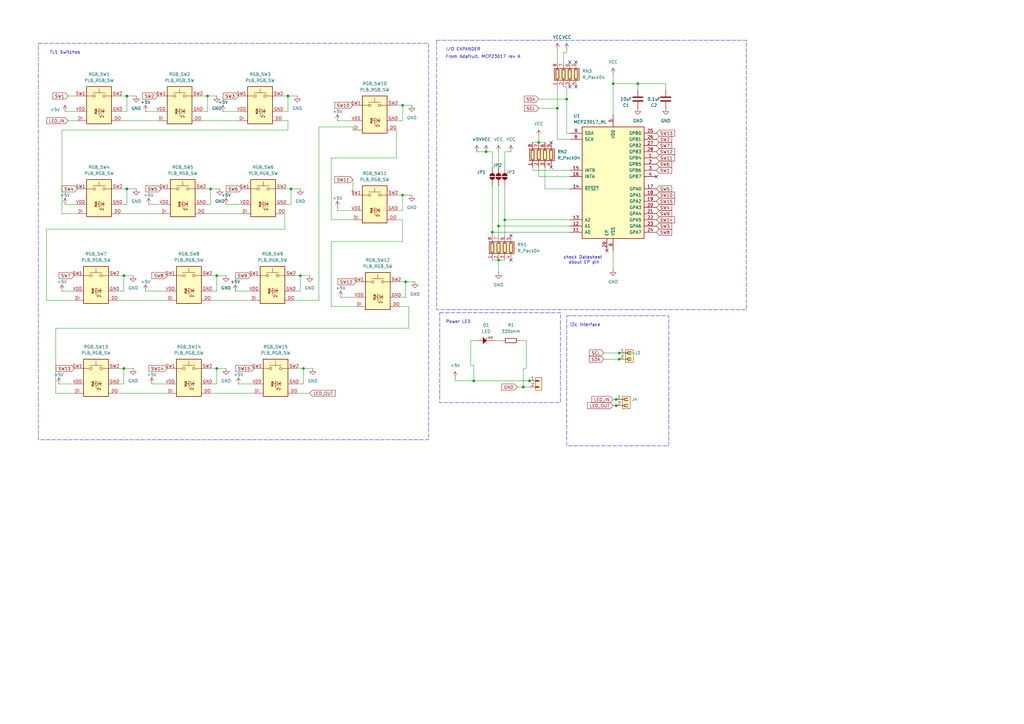
<source format=kicad_sch>
(kicad_sch (version 20231120) (generator "eeschema") (generator_version "8.0")
  (paper "A3")
  (lib_symbols
    (symbol "Device:C" (pin_numbers hide) (pin_names (offset 0.254))
      (property "Reference" "C" (at 0.635 2.54 0))
      (property "Value" "C" (at 0.635 -2.54 0))
      (symbol "C_0_1"
        (polyline (pts (xy -2.032 -0.762) (xy 2.032 -0.762)) (stroke (width 0.508)))
        (polyline (pts (xy -2.032 0.762) (xy 2.032 0.762)) (stroke (width 0.508)))
      )
      (symbol "C_1_1"
        (pin passive line (at 0 3.81 270) (length 2.794) (name "~") (number "1"))
        (pin passive line (at 0 -3.81 90) (length 2.794) (name "~") (number "2"))
      )
    )
    (symbol "Device:R_Pack04" (pin_names (offset 0) hide)
      (property "Reference" "RN" (at -7.62 0 90))
      (property "Value" "R_Pack04" (at 5.08 0 90))
      (symbol "R_Pack04_0_1"
        (rectangle (start -6.35 -2.413) (end 3.81 2.413) (stroke (width 0.254)) (fill (type background)))
        (rectangle (start -5.715 1.905) (end -4.445 -1.905) (stroke (width 0.254)))
        (rectangle (start -3.175 1.905) (end -1.905 -1.905) (stroke (width 0.254)))
        (rectangle (start -0.635 1.905) (end 0.635 -1.905) (stroke (width 0.254)))
        (polyline (pts (xy -5.08 -2.54) (xy -5.08 -1.905)))
        (polyline (pts (xy -5.08 1.905) (xy -5.08 2.54)))
        (polyline (pts (xy -2.54 -2.54) (xy -2.54 -1.905)))
        (polyline (pts (xy -2.54 1.905) (xy -2.54 2.54)))
        (polyline (pts (xy 0 -2.54) (xy 0 -1.905)))
        (polyline (pts (xy 0 1.905) (xy 0 2.54)))
        (polyline (pts (xy 2.54 -2.54) (xy 2.54 -1.905)))
        (polyline (pts (xy 2.54 1.905) (xy 2.54 2.54)))
        (rectangle (start 1.905 1.905) (end 3.175 -1.905) (stroke (width 0.254)))
      )
      (symbol "R_Pack04_1_1"
        (pin passive line (at -5.08 -5.08 90) (length 2.54) (name "R1.1") (number "1"))
        (pin passive line (at -2.54 -5.08 90) (length 2.54) (name "R2.1") (number "2"))
        (pin passive line (at 0 -5.08 90) (length 2.54) (name "R3.1") (number "3"))
        (pin passive line (at 2.54 -5.08 90) (length 2.54) (name "R4.1") (number "4"))
        (pin passive line (at 2.54 5.08 270) (length 2.54) (name "R4.2") (number "5"))
        (pin passive line (at 0 5.08 270) (length 2.54) (name "R3.2") (number "6"))
        (pin passive line (at -2.54 5.08 270) (length 2.54) (name "R2.2") (number "7"))
        (pin passive line (at -5.08 5.08 270) (length 2.54) (name "R1.2") (number "8"))
      )
    )
    (symbol "Interactiles_Symbol_Library:PLB_RGB_SW" (pin_names (offset 1.016) hide)
      (property "Reference" "RGB_SW" (at -3.556 8.636 0))
      (property "Value" "PLB_RGB_SW" (at 0.254 -11.43 0))
      (symbol "PLB_RGB_SW_0_0"
        (text "RGB" (at -1.27 -3.81 900) (effects (font (size 0.762 0.762))))
      )
      (symbol "PLB_RGB_SW_0_1"
        (rectangle (start -5.08 6.35) (end 5.08 -8.89) (stroke (width 0.254)) (fill (type background)))
        (circle (center -2.032 2.54) (radius 0.508))
        (polyline (pts (xy 0 3.81) (xy 0 5.588)))
        (polyline (pts (xy 0.889 -6.096) (xy 0.889 -5.588)))
        (polyline (pts (xy 1.905 -6.096) (xy 1.905 -5.588)))
        (polyline (pts (xy 1.905 -2.667) (xy 1.905 -4.699)))
        (polyline (pts (xy 2.54 3.81) (xy -2.54 3.81)))
        (polyline (pts (xy -0.635 -3.683) (xy 1.905 -3.683) (xy 2.413 -3.683)))
        (polyline (pts (xy -0.127 -5.08) (xy 0.889 -6.096) (xy 0.381 -6.096)))
        (polyline (pts (xy 0.889 -5.08) (xy 1.905 -6.096) (xy 1.397 -6.096)))
        (polyline (pts (xy -0.127 -2.667) (xy -0.127 -4.699) (xy 1.905 -3.683) (xy -0.127 -2.667)))
        (circle (center 2.032 2.54) (radius 0.508))
      )
      (symbol "PLB_RGB_SW_1_1"
        (polyline (pts (xy -6.35 -7.62) (xy -5.08 -7.62)))
        (polyline (pts (xy -6.35 -3.81) (xy -5.08 -3.81)))
        (polyline (pts (xy -6.35 2.54) (xy -2.54 2.54)))
        (polyline (pts (xy 6.35 -7.62) (xy 5.08 -7.62)))
        (polyline (pts (xy 6.35 -3.81) (xy 5.08 -3.81)))
        (polyline (pts (xy 6.35 2.54) (xy 2.54 2.54)))
        (pin input line (at -8.89 -7.62 0) (length 2.54) (name "DIN") (number "DI"))
        (pin output line (at 8.89 -7.62 180) (length 2.54) (name "DO") (number "DO"))
        (pin power_in line (at 8.89 -3.81 180) (length 2.54) (name "GND") (number "GND"))
        (pin passive line (at -8.89 2.54 0) (length 2.54) (name "SW1") (number "SW1"))
        (pin passive line (at 8.89 2.54 180) (length 2.54) (name "SW2") (number "SW2"))
        (pin power_in line (at -8.89 -3.81 0) (length 2.54) (name "VDD") (number "VDD"))
      )
    )
    (symbol "Interface_Expansion:MCP23017_ML" (pin_names (offset 1.016))
      (property "Reference" "U" (at -11.43 24.13 0))
      (property "Value" "MCP23017_ML" (at 0 0 0))
      (symbol "MCP23017_ML_0_1"
        (rectangle (start -12.7 22.86) (end 12.7 -22.86) (stroke (width 0.254)) (fill (type background)))
      )
      (symbol "MCP23017_ML_1_1"
        (pin bidirectional line (at 17.78 10.16 180) (length 5.08) (name "GPB4") (number "1"))
        (pin no_connect line (at -12.7 12.7 0) (length 5.08) hide (name "NC") (number "10"))
        (pin input line (at -17.78 -20.32 0) (length 5.08) (name "A0") (number "11"))
        (pin input line (at -17.78 -17.78 0) (length 5.08) (name "A1") (number "12"))
        (pin input line (at -17.78 -15.24 0) (length 5.08) (name "A2") (number "13"))
        (pin input line (at -17.78 -2.54 0) (length 5.08) (name "~{RESET}") (number "14"))
        (pin tri_state line (at -17.78 5.08 0) (length 5.08) (name "INTB") (number "15"))
        (pin tri_state line (at -17.78 2.54 0) (length 5.08) (name "INTA") (number "16"))
        (pin bidirectional line (at 17.78 -2.54 180) (length 5.08) (name "GPA0") (number "17"))
        (pin bidirectional line (at 17.78 -5.08 180) (length 5.08) (name "GPA1") (number "18"))
        (pin bidirectional line (at 17.78 -7.62 180) (length 5.08) (name "GPA2") (number "19"))
        (pin bidirectional line (at 17.78 7.62 180) (length 5.08) (name "GPB5") (number "2"))
        (pin bidirectional line (at 17.78 -10.16 180) (length 5.08) (name "GPA3") (number "20"))
        (pin bidirectional line (at 17.78 -12.7 180) (length 5.08) (name "GPA4") (number "21"))
        (pin bidirectional line (at 17.78 -15.24 180) (length 5.08) (name "GPA5") (number "22"))
        (pin bidirectional line (at 17.78 -17.78 180) (length 5.08) (name "GPA6") (number "23"))
        (pin bidirectional line (at 17.78 -20.32 180) (length 5.08) (name "GPA7") (number "24"))
        (pin bidirectional line (at 17.78 20.32 180) (length 5.08) (name "GPB0") (number "25"))
        (pin bidirectional line (at 17.78 17.78 180) (length 5.08) (name "GPB1") (number "26"))
        (pin bidirectional line (at 17.78 15.24 180) (length 5.08) (name "GPB2") (number "27"))
        (pin bidirectional line (at 17.78 12.7 180) (length 5.08) (name "GPB3") (number "28"))
        (pin passive line (at -2.54 -27.94 90) (length 5.08) (name "EP") (number "29"))
        (pin bidirectional line (at 17.78 5.08 180) (length 5.08) (name "GPB6") (number "3"))
        (pin bidirectional line (at 17.78 2.54 180) (length 5.08) (name "GPB7") (number "4"))
        (pin power_in line (at 0 27.94 270) (length 5.08) (name "VDD") (number "5"))
        (pin power_in line (at 0 -27.94 90) (length 5.08) (name "VSS") (number "6"))
        (pin no_connect line (at -12.7 15.24 0) (length 5.08) hide (name "NC") (number "7"))
        (pin input line (at -17.78 17.78 0) (length 5.08) (name "SCK") (number "8"))
        (pin bidirectional line (at -17.78 20.32 0) (length 5.08) (name "SDA") (number "9"))
      )
    )
    (symbol "Jumper:SolderJumper_2_Open" (pin_numbers hide) (pin_names (offset 0) hide) (exclude_from_sim yes) (in_bom no)
      (property "Reference" "JP" (at 0 2.032 0))
      (property "Value" "SolderJumper_2_Open" (at 0 -2.54 0))
      (symbol "SolderJumper_2_Open_0_1"
        (arc (start -0.254 1.016) (mid -1.2656 0) (end -0.254 -1.016))
        (arc (start -0.254 1.016) (mid -1.2656 0) (end -0.254 -1.016) (fill (type outline)))
        (polyline (pts (xy -0.254 1.016) (xy -0.254 -1.016)))
        (polyline (pts (xy 0.254 1.016) (xy 0.254 -1.016)))
        (arc (start 0.254 -1.016) (mid 1.2656 0) (end 0.254 1.016))
        (arc (start 0.254 -1.016) (mid 1.2656 0) (end 0.254 1.016) (fill (type outline)))
      )
      (symbol "SolderJumper_2_Open_1_1"
        (pin passive line (at -3.81 0 0) (length 2.54) (name "A") (number "1"))
        (pin passive line (at 3.81 0 180) (length 2.54) (name "B") (number "2"))
      )
    )
    (symbol "PCM_SL_Devices:LED"
      (property "Reference" "D" (at -0.508 5.334 0))
      (property "Value" "LED" (at -0.508 2.794 0))
      (symbol "LED_0_1"
        (polyline (pts (xy -1.27 0) (xy -2.54 0)))
        (polyline (pts (xy 0 1.27) (xy 0 -1.27)))
        (polyline (pts (xy 0.508 0.508) (xy 1.524 1.524)))
        (polyline (pts (xy 1.27 0) (xy 2.54 0)))
        (polyline (pts (xy 1.524 0.508) (xy 2.54 1.524)))
        (polyline (pts (xy 1.524 1.524) (xy 0.889 1.524)))
        (polyline (pts (xy 1.524 1.524) (xy 1.524 0.889)))
        (polyline (pts (xy 2.54 1.524) (xy 1.905 1.524)))
        (polyline (pts (xy 2.54 1.524) (xy 2.54 0.889)))
        (polyline (pts (xy 0 0) (xy -1.27 -1.27) (xy -1.27 1.27) (xy 0 0) (xy 1.27 0)) (fill (type outline)))
      )
      (symbol "LED_1_1"
        (pin passive line (at 3.81 0 180) (length 1.5) (name "~") (number "1"))
        (pin passive line (at -3.81 0 0) (length 1.5) (name "") (number "2"))
      )
    )
    (symbol "PCM_SL_Pin_Headers:PINHD_1x2_Female"
      (property "Reference" "J" (at 0 7.62 0))
      (property "Value" "PINHD_1x2_Female" (at 0 5.08 0))
      (symbol "PINHD_1x2_Female_0_1"
        (rectangle (start -1.27 2.54) (end 1.905 -2.54) (fill (type background)))
        (arc (start -0.508 -1.27) (mid -0.3592 -1.6292) (end 0 -1.778) (stroke (width 0.25)))
        (arc (start -0.508 1.27) (mid -0.3592 0.9108) (end 0 0.762) (stroke (width 0.25)))
        (arc (start 0 -0.762) (mid -0.3592 -0.9108) (end -0.508 -1.27) (stroke (width 0.25)))
        (polyline (pts (xy -1.27 -1.27) (xy -0.508 -1.27)) (stroke (width 0.25)))
        (polyline (pts (xy -1.27 1.27) (xy -0.508 1.27)) (stroke (width 0.25)))
        (polyline (pts (xy 0 -1.778) (xy 1.016 -1.778)) (stroke (width 0.25)))
        (polyline (pts (xy 0 -0.762) (xy 1.016 -0.762)) (stroke (width 0.25)))
        (polyline (pts (xy 0 0.762) (xy 1.016 0.762)) (stroke (width 0.25)))
        (polyline (pts (xy 0 1.778) (xy 1.016 1.778)) (stroke (width 0.25)))
        (arc (start 0 1.778) (mid -0.3592 1.6292) (end -0.508 1.27) (stroke (width 0.25)))
      )
      (symbol "PINHD_1x2_Female_1_1"
        (pin passive line (at -3.81 1.27 0) (length 2.54) (name "") (number "1"))
        (pin passive line (at -3.81 -1.27 0) (length 2.54) (name "") (number "2"))
      )
    )
    (symbol "PCM_SL_Pin_Headers:PINHD_1x2_Male"
      (property "Reference" "J" (at 0 6.35 0))
      (property "Value" "PINHD_1x2_Male" (at 0 3.81 0))
      (symbol "PINHD_1x2_Male_0_1"
        (rectangle (start -1.27 2.54) (end 1.27 -2.54) (fill (type background)))
        (polyline (pts (xy -1.27 -1.27) (xy 0 -1.27)) (stroke (width 0.3)))
        (polyline (pts (xy -1.27 -1.27) (xy 0 -1.27)) (stroke (width 0.5)))
        (polyline (pts (xy -1.27 1.27) (xy 0 1.27)) (stroke (width 0.3)))
        (polyline (pts (xy -1.27 1.27) (xy 0 1.27)) (stroke (width 0.5)))
      )
      (symbol "PINHD_1x2_Male_1_1"
        (pin passive line (at -3.81 1.27 0) (length 2.54) (name "") (number "1"))
        (pin passive line (at -3.81 -1.27 0) (length 2.54) (name "") (number "2"))
      )
    )
    (symbol "PCM_SL_Resistors:330ohm"
      (property "Reference" "R" (at 0 5.08 0))
      (property "Value" "330ohm" (at 0 2.54 0))
      (symbol "330ohm_0_1"
        (rectangle (start -2.286 0.889) (end 2.286 -0.889) (stroke (width 0.24)))
      )
      (symbol "330ohm_1_1"
        (pin passive line (at -3.81 0 0) (length 1.5) (name "") (number "1"))
        (pin passive line (at 3.81 0 180) (length 1.5) (name "~") (number "2"))
      )
    )
    (symbol "power:+5V" (power) (pin_numbers hide) (pin_names (offset 0) hide)
      (property "Value" "+5V" (at 0 3.556 0))
      (symbol "+5V_0_1"
        (polyline (pts (xy -0.762 1.27) (xy 0 2.54)))
        (polyline (pts (xy 0 0) (xy 0 2.54)))
        (polyline (pts (xy 0 2.54) (xy 0.762 1.27)))
      )
      (symbol "+5V_1_1"
        (pin power_in line (at 0 0 90) (length 0) (name "~") (number "1"))
      )
    )
    (symbol "power:GND" (power) (pin_numbers hide) (pin_names (offset 0) hide)
      (property "Value" "GND" (at 0 -3.81 0))
      (symbol "GND_0_1"
        (polyline (pts (xy 0 0) (xy 0 -1.27) (xy 1.27 -1.27) (xy 0 -2.54) (xy -1.27 -1.27) (xy 0 -1.27)))
      )
      (symbol "GND_1_1"
        (pin power_in line (at 0 0 270) (length 0) (name "~") (number "1"))
      )
    )
    (symbol "power:VCC" (power) (pin_numbers hide) (pin_names (offset 0) hide)
      (property "Value" "VCC" (at 0 3.556 0))
      (symbol "VCC_0_1"
        (polyline (pts (xy -0.762 1.27) (xy 0 2.54)))
        (polyline (pts (xy 0 0) (xy 0 2.54)))
        (polyline (pts (xy 0 2.54) (xy 0.762 1.27)))
      )
      (symbol "VCC_1_1"
        (pin power_in line (at 0 0 90) (length 0) (name "~") (number "1"))
      )
    )
  )
  (junction (at 228.6 44.45))
  (junction (at 123.19 113.03))
  (junction (at 194.31 156.21))
  (junction (at 199.39 62.23))
  (junction (at 88.9 113.03))
  (junction (at 254 144.78))
  (junction (at 261.62 34.29))
  (junction (at 232.41 40.64))
  (junction (at 201.93 95.25))
  (junction (at 124.46 151.13))
  (junction (at 119.38 77.47))
  (junction (at 220.98 58.42))
  (junction (at 166.37 115.57))
  (junction (at 52.07 77.47))
  (junction (at 52.07 39.37))
  (junction (at 165.1 43.18))
  (junction (at 204.47 92.71))
  (junction (at 165.1 80.01))
  (junction (at 252.73 166.37))
  (junction (at 217.17 156.21))
  (junction (at 254 147.32))
  (junction (at 204.47 106.68))
  (junction (at 50.8 151.13))
  (junction (at 86.36 77.47))
  (junction (at 214.63 158.75))
  (junction (at 251.46 34.29))
  (junction (at 85.09 39.37))
  (junction (at 118.11 39.37))
  (junction (at 50.8 113.03))
  (junction (at 252.73 163.83))
  (junction (at 88.9 151.13))
  (junction (at 207.01 90.17))
  (no_connect (at 233.68 25.4))
  (no_connect (at 209.55 96.52))
  (no_connect (at 248.92 102.87))
  (no_connect (at 209.55 106.68))
  (no_connect (at 269.24 72.39))
  (no_connect (at 236.22 35.56))
  (no_connect (at 226.06 58.42))
  (no_connect (at 226.06 68.58))
  (no_connect (at 233.68 35.56))
  (no_connect (at 236.22 25.4))
  (wire (pts (xy 215.9 151.13) (xy 214.63 151.13)))
  (wire (pts (xy 88.9 113.03) (xy 92.71 113.03)))
  (wire (pts (xy 204.47 76.2) (xy 204.47 92.71)))
  (wire (pts (xy 52.07 83.82) (xy 49.53 83.82)))
  (wire (pts (xy 165.1 49.53) (xy 162.56 49.53)))
  (wire (pts (xy 25.4 53.34) (xy 25.4 87.63)))
  (wire (pts (xy 120.65 123.19) (xy 130.81 123.19)))
  (wire (pts (xy 19.05 123.19) (xy 30.48 123.19)))
  (wire (pts (xy 204.47 106.68) (xy 204.47 111.76)))
  (wire (pts (xy 162.56 53.34) (xy 162.56 64.77)))
  (wire (pts (xy 215.9 139.7) (xy 215.9 151.13)))
  (wire (pts (xy 124.46 151.13) (xy 128.27 151.13)))
  (wire (pts (xy 138.43 86.36) (xy 144.78 86.36)))
  (wire (pts (xy 144.78 73.66) (xy 144.78 80.01)))
  (wire (pts (xy 85.09 39.37) (xy 85.09 45.72)))
  (wire (pts (xy 201.93 106.68) (xy 204.47 106.68)))
  (wire (pts (xy 251.46 110.49) (xy 251.46 102.87)))
  (wire (pts (xy 130.81 52.07) (xy 144.78 52.07)))
  (wire (pts (xy 233.68 72.39) (xy 220.98 72.39)))
  (wire (pts (xy 86.36 161.29) (xy 104.14 161.29)))
  (wire (pts (xy 49.53 49.53) (xy 64.77 49.53)))
  (wire (pts (xy 119.38 83.82) (xy 116.84 83.82)))
  (wire (pts (xy 195.58 62.23) (xy 199.39 62.23)))
  (wire (pts (xy 214.63 158.75) (xy 217.17 158.75)))
  (wire (pts (xy 116.84 93.98) (xy 19.05 93.98)))
  (wire (pts (xy 254 166.37) (xy 252.73 166.37)))
  (wire (pts (xy 118.11 49.53) (xy 118.11 53.34)))
  (wire (pts (xy 252.73 166.37) (xy 251.46 166.37)))
  (wire (pts (xy 115.57 49.53) (xy 118.11 49.53)))
  (wire (pts (xy 214.63 151.13) (xy 214.63 158.75)))
  (wire (pts (xy 166.37 115.57) (xy 163.83 115.57)))
  (wire (pts (xy 207.01 62.23) (xy 207.01 68.58)))
  (wire (pts (xy 52.07 77.47) (xy 52.07 83.82)))
  (wire (pts (xy 218.44 69.85) (xy 218.44 68.58)))
  (wire (pts (xy 261.62 34.29) (xy 273.05 34.29)))
  (wire (pts (xy 97.79 157.48) (xy 104.14 157.48)))
  (wire (pts (xy 162.56 86.36) (xy 165.1 86.36)))
  (wire (pts (xy 118.11 39.37) (xy 121.92 39.37)))
  (wire (pts (xy 220.98 68.58) (xy 220.98 72.39)))
  (wire (pts (xy 123.19 119.38) (xy 120.65 119.38)))
  (wire (pts (xy 204.47 92.71) (xy 204.47 96.52)))
  (wire (pts (xy 49.53 45.72) (xy 52.07 45.72)))
  (wire (pts (xy 228.6 57.15) (xy 228.6 44.45)))
  (wire (pts (xy 52.07 39.37) (xy 49.53 39.37)))
  (wire (pts (xy 52.07 77.47) (xy 49.53 77.47)))
  (wire (pts (xy 123.19 113.03) (xy 120.65 113.03)))
  (wire (pts (xy 27.94 39.37) (xy 31.75 39.37)))
  (wire (pts (xy 127 161.29) (xy 121.92 161.29)))
  (wire (pts (xy 50.8 151.13) (xy 50.8 157.48)))
  (wire (pts (xy 215.9 139.7) (xy 213.36 139.7)))
  (wire (pts (xy 135.89 125.73) (xy 146.05 125.73)))
  (wire (pts (xy 88.9 151.13) (xy 88.9 157.48)))
  (wire (pts (xy 27.94 49.53) (xy 31.75 49.53)))
  (wire (pts (xy 123.19 113.03) (xy 123.19 119.38)))
  (wire (pts (xy 233.68 77.47) (xy 223.52 77.47)))
  (wire (pts (xy 165.1 80.01) (xy 168.91 80.01)))
  (wire (pts (xy 273.05 36.83) (xy 273.05 34.29)))
  (wire (pts (xy 135.89 99.06) (xy 135.89 125.73)))
  (wire (pts (xy 52.07 39.37) (xy 55.88 39.37)))
  (wire (pts (xy 220.98 55.88) (xy 220.98 58.42)))
  (wire (pts (xy 86.36 83.82) (xy 83.82 83.82)))
  (wire (pts (xy 88.9 151.13) (xy 86.36 151.13)))
  (wire (pts (xy 130.81 123.19) (xy 130.81 52.07)))
  (wire (pts (xy 26.67 83.82) (xy 31.75 83.82)))
  (wire (pts (xy 138.43 86.36) (xy 138.43 85.09)))
  (wire (pts (xy 138.43 49.53) (xy 144.78 49.53)))
  (wire (pts (xy 201.93 62.23) (xy 199.39 62.23)))
  (wire (pts (xy 59.69 119.38) (xy 68.58 119.38)))
  (wire (pts (xy 85.09 45.72) (xy 82.55 45.72)))
  (wire (pts (xy 251.46 34.29) (xy 251.46 46.99)))
  (wire (pts (xy 220.98 44.45) (xy 228.6 44.45)))
  (wire (pts (xy 165.1 43.18) (xy 168.91 43.18)))
  (wire (pts (xy 19.05 93.98) (xy 19.05 123.19)))
  (wire (pts (xy 165.1 90.17) (xy 165.1 99.06)))
  (wire (pts (xy 62.23 157.48) (xy 68.58 157.48)))
  (wire (pts (xy 204.47 62.23) (xy 204.47 68.58)))
  (wire (pts (xy 52.07 39.37) (xy 52.07 45.72)))
  (wire (pts (xy 119.38 77.47) (xy 116.84 77.47)))
  (wire (pts (xy 25.4 119.38) (xy 30.48 119.38)))
  (wire (pts (xy 231.14 35.56) (xy 232.41 35.56)))
  (wire (pts (xy 228.6 20.32) (xy 228.6 25.4)))
  (wire (pts (xy 92.71 83.82) (xy 99.06 83.82)))
  (wire (pts (xy 96.52 119.38) (xy 102.87 119.38)))
  (wire (pts (xy 86.36 77.47) (xy 90.17 77.47)))
  (wire (pts (xy 193.04 139.7) (xy 193.04 149.86)))
  (wire (pts (xy 48.26 161.29) (xy 68.58 161.29)))
  (wire (pts (xy 247.65 147.32) (xy 254 147.32)))
  (wire (pts (xy 204.47 92.71) (xy 233.68 92.71)))
  (wire (pts (xy 118.11 53.34) (xy 25.4 53.34)))
  (wire (pts (xy 49.53 87.63) (xy 66.04 87.63)))
  (wire (pts (xy 261.62 36.83) (xy 261.62 34.29)))
  (wire (pts (xy 50.8 151.13) (xy 54.61 151.13)))
  (wire (pts (xy 22.86 134.62) (xy 22.86 161.29)))
  (wire (pts (xy 220.98 58.42) (xy 223.52 58.42)))
  (wire (pts (xy 259.08 147.32) (xy 254 147.32)))
  (wire (pts (xy 212.09 158.75) (xy 214.63 158.75)))
  (wire (pts (xy 165.1 80.01) (xy 165.1 86.36)))
  (wire (pts (xy 166.37 115.57) (xy 166.37 121.92)))
  (wire (pts (xy 207.01 76.2) (xy 207.01 90.17)))
  (wire (pts (xy 220.98 40.64) (xy 232.41 40.64)))
  (wire (pts (xy 207.01 96.52) (xy 207.01 90.17)))
  (wire (pts (xy 186.69 156.21) (xy 194.31 156.21)))
  (wire (pts (xy 48.26 123.19) (xy 68.58 123.19)))
  (wire (pts (xy 165.1 80.01) (xy 162.56 80.01)))
  (wire (pts (xy 88.9 113.03) (xy 86.36 113.03)))
  (wire (pts (xy 50.8 113.03) (xy 50.8 119.38)))
  (wire (pts (xy 118.11 39.37) (xy 118.11 45.72)))
  (wire (pts (xy 123.19 113.03) (xy 127 113.03)))
  (wire (pts (xy 186.69 154.94) (xy 186.69 156.21)))
  (wire (pts (xy 204.47 106.68) (xy 207.01 106.68)))
  (wire (pts (xy 193.04 149.86) (xy 194.31 149.86)))
  (wire (pts (xy 91.44 45.72) (xy 97.79 45.72)))
  (wire (pts (xy 25.4 87.63) (xy 31.75 87.63)))
  (wire (pts (xy 85.09 39.37) (xy 88.9 39.37)))
  (wire (pts (xy 144.78 52.07) (xy 144.78 53.34)))
  (wire (pts (xy 88.9 151.13) (xy 92.71 151.13)))
  (wire (pts (xy 139.7 121.92) (xy 146.05 121.92)))
  (wire (pts (xy 124.46 157.48) (xy 121.92 157.48)))
  (wire (pts (xy 167.64 134.62) (xy 22.86 134.62)))
  (wire (pts (xy 255.27 163.83) (xy 252.73 163.83)))
  (wire (pts (xy 247.65 144.78) (xy 254 144.78)))
  (wire (pts (xy 194.31 156.21) (xy 217.17 156.21)))
  (wire (pts (xy 218.44 69.85) (xy 233.68 69.85)))
  (wire (pts (xy 50.8 157.48) (xy 48.26 157.48)))
  (wire (pts (xy 124.46 151.13) (xy 121.92 151.13)))
  (wire (pts (xy 52.07 77.47) (xy 55.88 77.47)))
  (wire (pts (xy 166.37 115.57) (xy 170.18 115.57)))
  (wire (pts (xy 205.74 139.7) (xy 203.2 139.7)))
  (wire (pts (xy 163.83 125.73) (xy 167.64 125.73)))
  (wire (pts (xy 119.38 77.47) (xy 123.19 77.47)))
  (wire (pts (xy 22.86 161.29) (xy 30.48 161.29)))
  (wire (pts (xy 207.01 90.17) (xy 233.68 90.17)))
  (wire (pts (xy 163.83 121.92) (xy 166.37 121.92)))
  (wire (pts (xy 218.44 58.42) (xy 220.98 58.42)))
  (wire (pts (xy 167.64 125.73) (xy 167.64 134.62)))
  (wire (pts (xy 88.9 113.03) (xy 88.9 119.38)))
  (wire (pts (xy 201.93 76.2) (xy 201.93 95.25)))
  (wire (pts (xy 165.1 43.18) (xy 162.56 43.18)))
  (wire (pts (xy 26.67 45.72) (xy 31.75 45.72)))
  (wire (pts (xy 50.8 113.03) (xy 48.26 113.03)))
  (wire (pts (xy 228.6 44.45) (xy 228.6 35.56)))
  (wire (pts (xy 223.52 77.47) (xy 223.52 68.58)))
  (wire (pts (xy 86.36 119.38) (xy 88.9 119.38)))
  (wire (pts (xy 124.46 151.13) (xy 124.46 157.48)))
  (wire (pts (xy 86.36 77.47) (xy 83.82 77.47)))
  (wire (pts (xy 165.1 43.18) (xy 165.1 49.53)))
  (wire (pts (xy 50.8 119.38) (xy 48.26 119.38)))
  (wire (pts (xy 135.89 64.77) (xy 135.89 90.17)))
  (wire (pts (xy 231.14 21.59) (xy 232.41 21.59)))
  (wire (pts (xy 82.55 49.53) (xy 97.79 49.53)))
  (wire (pts (xy 165.1 99.06) (xy 135.89 99.06)))
  (wire (pts (xy 83.82 87.63) (xy 99.06 87.63)))
  (wire (pts (xy 119.38 77.47) (xy 119.38 83.82)))
  (wire (pts (xy 194.31 149.86) (xy 194.31 156.21)))
  (wire (pts (xy 231.14 25.4) (xy 231.14 21.59)))
  (wire (pts (xy 116.84 87.63) (xy 116.84 93.98)))
  (wire (pts (xy 232.41 40.64) (xy 232.41 35.56)))
  (wire (pts (xy 60.96 83.82) (xy 66.04 83.82)))
  (wire (pts (xy 162.56 64.77) (xy 135.89 64.77)))
  (wire (pts (xy 233.68 54.61) (xy 232.41 54.61)))
  (wire (pts (xy 24.13 157.48) (xy 30.48 157.48)))
  (wire (pts (xy 260.35 144.78) (xy 254 144.78)))
  (wire (pts (xy 162.56 90.17) (xy 165.1 90.17)))
  (wire (pts (xy 251.46 34.29) (xy 261.62 34.29)))
  (wire (pts (xy 201.93 95.25) (xy 233.68 95.25)))
  (wire (pts (xy 252.73 163.83) (xy 251.46 163.83)))
  (wire (pts (xy 233.68 57.15) (xy 228.6 57.15)))
  (wire (pts (xy 251.46 30.48) (xy 251.46 34.29)))
  (wire (pts (xy 207.01 62.23) (xy 209.55 62.23)))
  (wire (pts (xy 201.93 62.23) (xy 201.93 68.58)))
  (wire (pts (xy 193.04 139.7) (xy 195.58 139.7)))
  (wire (pts (xy 88.9 157.48) (xy 86.36 157.48)))
  (wire (pts (xy 232.41 54.61) (xy 232.41 40.64)))
  (wire (pts (xy 118.11 45.72) (xy 115.57 45.72)))
  (wire (pts (xy 50.8 113.03) (xy 54.61 113.03)))
  (wire (pts (xy 85.09 39.37) (xy 82.55 39.37)))
  (wire (pts (xy 217.17 154.94) (xy 217.17 156.21)))
  (wire (pts (xy 118.11 39.37) (xy 115.57 39.37)))
  (wire (pts (xy 201.93 96.52) (xy 201.93 95.25)))
  (wire (pts (xy 50.8 151.13) (xy 48.26 151.13)))
  (wire (pts (xy 59.69 45.72) (xy 64.77 45.72)))
  (wire (pts (xy 86.36 77.47) (xy 86.36 83.82)))
  (wire (pts (xy 86.36 123.19) (xy 102.87 123.19)))
  (wire (pts (xy 232.41 20.32) (xy 232.41 21.59)))
  (wire (pts (xy 135.89 90.17) (xy 144.78 90.17)))
  (rectangle (start 15.748 17.78) (end 175.768 180.34) (stroke (width 0) (type dash)))
  (rectangle (start 179.07 16.51) (end 306.07 127) (stroke (width 0) (type dash)))
  (rectangle (start 180.34 128.27) (end 229.87 165.1) (stroke (width 0) (type dash)))
  (rectangle (start 232.41 129.54) (end 274.32 182.88) (stroke (width 0) (type dash)))
  (text "i2c interface" (at 240.03 133.35 0) (effects (font (size 1.27 1.27))))
  (text "check Datasheet \nabout EP pin" (at 239.522 106.68 0) (effects (font (size 1.27 1.27))))
  (text "TL1 Switches\n" (at 26.67 21.59 0) (effects (font (size 1.27 1.27))))
  (text "From Adafruit, MCP23017 rev A" (at 198.12 23.368 0) (effects (font (size 1.27 1.27))))
  (text "I/O EXPANDER" (at 189.992 20.32 0) (effects (font (size 1.27 1.27))))
  (text "Power LED" (at 187.96 132.08 0) (effects (font (size 1.27 1.27))))
  (global_label "SW2" (shape input) (at 64.77 39.37 180) (property "Intersheetrefs" "${INTERSHEET_REFS}" (effects (hide yes))))
  (global_label "SW15" (shape input) (at 269.24 82.55 0) (property "Intersheetrefs" "${INTERSHEET_REFS}" (effects (hide yes))))
  (global_label "SW5" (shape input) (at 66.04 77.47 180) (property "Intersheetrefs" "${INTERSHEET_REFS}" (effects (hide yes))))
  (global_label "SW7" (shape input) (at 269.24 59.69 0) (property "Intersheetrefs" "${INTERSHEET_REFS}" (effects (hide yes))))
  (global_label "SW14" (shape input) (at 68.58 151.13 180) (property "Intersheetrefs" "${INTERSHEET_REFS}" (effects (hide yes))))
  (global_label "SW14" (shape input) (at 269.24 90.17 0) (property "Intersheetrefs" "${INTERSHEET_REFS}" (effects (hide yes))))
  (global_label "SW10" (shape input) (at 269.24 80.01 0) (property "Intersheetrefs" "${INTERSHEET_REFS}" (effects (hide yes))))
  (global_label "SW12" (shape input) (at 146.05 115.57 180) (property "Intersheetrefs" "${INTERSHEET_REFS}" (effects (hide yes))))
  (global_label "SW4" (shape input) (at 31.75 77.47 180) (property "Intersheetrefs" "${INTERSHEET_REFS}" (effects (hide yes))))
  (global_label "SW1" (shape input) (at 27.94 39.37 180) (property "Intersheetrefs" "${INTERSHEET_REFS}" (effects (hide yes))))
  (global_label "SW9" (shape input) (at 269.24 87.63 0) (property "Intersheetrefs" "${INTERSHEET_REFS}" (effects (hide yes))))
  (global_label "LED_IN" (shape input) (at 27.94 49.53 180) (property "Intersheetrefs" "${INTERSHEET_REFS}" (effects (hide yes))))
  (global_label "SW8" (shape input) (at 269.24 95.25 0) (property "Intersheetrefs" "${INTERSHEET_REFS}" (effects (hide yes))))
  (global_label "SW5" (shape input) (at 269.24 77.47 0) (property "Intersheetrefs" "${INTERSHEET_REFS}" (effects (hide yes))))
  (global_label "SW4" (shape input) (at 269.24 85.09 0) (property "Intersheetrefs" "${INTERSHEET_REFS}" (effects (hide yes))))
  (global_label "SDA" (shape input) (at 247.65 147.32 180) (property "Intersheetrefs" "${INTERSHEET_REFS}" (effects (hide yes))))
  (global_label "SW13" (shape input) (at 269.24 54.61 0) (property "Intersheetrefs" "${INTERSHEET_REFS}" (effects (hide yes))))
  (global_label "GND" (shape input) (at 212.09 158.75 180) (property "Intersheetrefs" "${INTERSHEET_REFS}" (effects (hide yes))))
  (global_label "SW10" (shape input) (at 144.78 43.18 180) (property "Intersheetrefs" "${INTERSHEET_REFS}" (effects (hide yes))))
  (global_label "SW15" (shape input) (at 104.14 151.13 180) (property "Intersheetrefs" "${INTERSHEET_REFS}" (effects (hide yes))))
  (global_label "SW6" (shape input) (at 99.06 77.47 180) (property "Intersheetrefs" "${INTERSHEET_REFS}" (effects (hide yes))))
  (global_label "SW11" (shape input) (at 144.78 73.66 180) (property "Intersheetrefs" "${INTERSHEET_REFS}" (effects (hide yes))))
  (global_label "SW2" (shape input) (at 269.24 57.15 0) (property "Intersheetrefs" "${INTERSHEET_REFS}" (effects (hide yes))))
  (global_label "SW6" (shape input) (at 269.24 67.31 0) (property "Intersheetrefs" "${INTERSHEET_REFS}" (effects (hide yes))))
  (global_label "SW8" (shape input) (at 68.58 113.03 180) (property "Intersheetrefs" "${INTERSHEET_REFS}" (effects (hide yes))))
  (global_label "SW9" (shape input) (at 102.87 113.03 180) (property "Intersheetrefs" "${INTERSHEET_REFS}" (effects (hide yes))))
  (global_label "SCL" (shape input) (at 247.65 144.78 180) (property "Intersheetrefs" "${INTERSHEET_REFS}" (effects (hide yes))))
  (global_label "SW3" (shape input) (at 97.79 39.37 180) (property "Intersheetrefs" "${INTERSHEET_REFS}" (effects (hide yes))))
  (global_label "SDA" (shape input) (at 220.98 40.64 180) (property "Intersheetrefs" "${INTERSHEET_REFS}" (effects (hide yes))))
  (global_label "SCL" (shape input) (at 220.98 44.45 180) (property "Intersheetrefs" "${INTERSHEET_REFS}" (effects (hide yes))))
  (global_label "SW1" (shape input) (at 269.24 69.85 0) (property "Intersheetrefs" "${INTERSHEET_REFS}" (effects (hide yes))))
  (global_label "LED_OUT" (shape input) (at 251.46 166.37 180) (property "Intersheetrefs" "${INTERSHEET_REFS}" (effects (hide yes))))
  (global_label "SW13" (shape input) (at 30.48 151.13 180) (property "Intersheetrefs" "${INTERSHEET_REFS}" (effects (hide yes))))
  (global_label "SW11" (shape input) (at 269.24 64.77 0) (property "Intersheetrefs" "${INTERSHEET_REFS}" (effects (hide yes))))
  (global_label "SW3" (shape input) (at 269.24 92.71 0) (property "Intersheetrefs" "${INTERSHEET_REFS}" (effects (hide yes))))
  (global_label "SW12" (shape input) (at 269.24 62.23 0) (property "Intersheetrefs" "${INTERSHEET_REFS}" (effects (hide yes))))
  (global_label "LED_IN" (shape input) (at 251.46 163.83 180) (property "Intersheetrefs" "${INTERSHEET_REFS}" (effects (hide yes))))
  (global_label "LED_OUT" (shape input) (at 127 161.29 0) (property "Intersheetrefs" "${INTERSHEET_REFS}" (effects (hide yes))))
  (global_label "SW7" (shape input) (at 30.48 113.03 180) (property "Intersheetrefs" "${INTERSHEET_REFS}" (effects (hide yes))))
  (symbol (lib_id "Interactiles_Symbol_Library:PLB_RGB_SW") (at 40.64 41.91 0) (unit 1)
    (property "Reference" "RGB_SW1" (at 40.64 30.48 0))
    (property "Value" "PLB_RGB_SW" (at 40.64 33.02 0))
    (property "Footprint" "SilvansFootprintLibrary:TL1_RBG_Adressable_1_mini" (effects (hide yes)))
  )
  (symbol (lib_id "power:+5V") (at 96.52 119.38 0) (unit 1)
    (property "Reference" "#PWR019" (effects (hide yes)))
    (property "Value" "+5V" (at 96.52 115.57 0))
    (property "Description" "Power symbol creates a global label with name \"+5V\"" (effects (hide yes)))
  )
  (symbol (lib_id "power:VCC") (at 228.6 20.32 0) (unit 1)
    (property "Reference" "#PWR039" (effects (hide yes)))
    (property "Value" "VCC" (at 228.6 15.24 0))
    (property "Description" "Power symbol creates a global label with name \"VCC\"" (effects (hide yes)))
  )
  (symbol (lib_id "power:GND") (at 121.92 39.37 0) (unit 1)
    (property "Reference" "#PWR06" (effects (hide yes)))
    (property "Value" "GND" (at 121.92 44.45 0))
    (property "Description" "Power symbol creates a global label with name \"GND\" , ground" (effects (hide yes)))
  )
  (symbol (lib_id "Interactiles_Symbol_Library:PLB_RGB_SW") (at 153.67 45.72 0) (unit 1)
    (property "Reference" "RGB_SW10" (at 153.67 34.29 0))
    (property "Value" "PLB_RGB_SW" (at 153.67 36.83 0))
    (property "Footprint" "SilvansFootprintLibrary:TL1_RBG_Adressable_1_mini" (effects (hide yes)))
  )
  (symbol (lib_id "power:GND") (at 90.17 77.47 0) (unit 1)
    (property "Reference" "#PWR012" (effects (hide yes)))
    (property "Value" "GND" (at 90.17 82.55 0))
    (property "Description" "Power symbol creates a global label with name \"GND\" , ground" (effects (hide yes)))
  )
  (symbol (lib_id "power:+5V") (at 59.69 119.38 0) (unit 1)
    (property "Reference" "#PWR021" (effects (hide yes)))
    (property "Value" "+5V" (at 59.69 115.57 0))
    (property "Description" "Power symbol creates a global label with name \"+5V\"" (effects (hide yes)))
  )
  (symbol (lib_id "power:GND") (at 55.88 39.37 0) (unit 1)
    (property "Reference" "#PWR02" (effects (hide yes)))
    (property "Value" "GND" (at 55.88 44.45 0))
    (property "Description" "Power symbol creates a global label with name \"GND\" , ground" (effects (hide yes)))
  )
  (symbol (lib_id "power:GND") (at 204.47 111.76 0) (unit 1)
    (property "Reference" "#PWR036" (effects (hide yes)))
    (property "Value" "GND" (at 204.47 116.84 0))
    (property "Description" "Power symbol creates a global label with name \"GND\" , ground" (effects (hide yes)))
  )
  (symbol (lib_id "power:VCC") (at 232.41 20.32 0) (unit 1)
    (property "Reference" "#PWR040" (effects (hide yes)))
    (property "Value" "VCC" (at 232.41 15.24 0))
    (property "Description" "Power symbol creates a global label with name \"VCC\"" (effects (hide yes)))
  )
  (symbol (lib_id "Device:R_Pack04") (at 233.68 30.48 0) (unit 1)
    (property "Reference" "RN3" (at 238.76 29.2099 0) (effects (justify left)))
    (property "Value" "R_Pack04" (at 238.76 31.7499 0) (effects (justify left)))
    (property "Footprint" "Resistor_SMD:R_Array_Convex_4x0603" (effects (hide yes)))
    (property "Description" "4 resistor network, parallel topology" (effects (hide yes)))
  )
  (symbol (lib_id "power:+5V") (at 25.4 119.38 0) (unit 1)
    (property "Reference" "#PWR023" (effects (hide yes)))
    (property "Value" "+5V" (at 25.4 115.57 0))
    (property "Description" "Power symbol creates a global label with name \"+5V\"" (effects (hide yes)))
  )
  (symbol (lib_id "Jumper:SolderJumper_2_Open") (at 207.01 72.39 90) (unit 1) (exclude_from_sim yes) (in_bom no)
    (property "Reference" "JP3" (at 207.518 70.612 90) (effects (justify right)))
    (property "Value" "SolderJumper_2_Open" (effects (hide yes)))
    (property "Footprint" "Jumper:SolderJumper-2_P1.3mm_Open_RoundedPad1.0x1.5mm" (effects (hide yes)))
    (property "Description" "Solder Jumper, 2-pole, open" (effects (hide yes)))
  )
  (symbol (lib_id "power:GND") (at 54.61 151.13 0) (unit 1)
    (property "Reference" "#PWR026" (effects (hide yes)))
    (property "Value" "GND" (at 54.61 156.21 0))
    (property "Description" "Power symbol creates a global label with name \"GND\" , ground" (effects (hide yes)))
  )
  (symbol (lib_id "power:GND") (at 92.71 113.03 0) (unit 1)
    (property "Reference" "#PWR022" (effects (hide yes)))
    (property "Value" "GND" (at 92.71 118.11 0))
    (property "Description" "Power symbol creates a global label with name \"GND\" , ground" (effects (hide yes)))
  )
  (symbol (lib_id "power:VCC") (at 220.98 55.88 0) (unit 1)
    (property "Reference" "#PWR038" (effects (hide yes)))
    (property "Value" "VCC" (at 220.98 50.8 0))
    (property "Description" "Power symbol creates a global label with name \"VCC\"" (effects (hide yes)))
  )
  (symbol (lib_id "Interactiles_Symbol_Library:PLB_RGB_SW") (at 106.68 41.91 0) (unit 1)
    (property "Reference" "RGB_SW3" (at 106.68 30.48 0))
    (property "Value" "PLB_RGB_SW" (at 106.68 33.02 0))
    (property "Footprint" "SilvansFootprintLibrary:TL1_RBG_Adressable_1_mini" (effects (hide yes)))
  )
  (symbol (lib_id "power:+5V") (at 97.79 157.48 0) (unit 1)
    (property "Reference" "#PWR029" (effects (hide yes)))
    (property "Value" "+5V" (at 97.79 153.67 0))
    (property "Description" "Power symbol creates a global label with name \"+5V\"" (effects (hide yes)))
  )
  (symbol (lib_id "power:+5V") (at 186.69 154.94 0) (unit 1)
    (property "Reference" "#PWR031" (effects (hide yes)))
    (property "Value" "+5V" (at 186.69 149.86 0))
    (property "Description" "Power symbol creates a global label with name \"+5V\"" (effects (hide yes)))
  )
  (symbol (lib_id "Jumper:SolderJumper_2_Open") (at 201.93 72.39 90) (unit 1) (exclude_from_sim yes) (in_bom no)
    (property "Reference" "JP1" (at 195.58 70.612 90) (effects (justify right)))
    (property "Value" "SolderJumper_2_Open" (effects (hide yes)))
    (property "Footprint" "Jumper:SolderJumper-2_P1.3mm_Open_RoundedPad1.0x1.5mm" (effects (hide yes)))
    (property "Description" "Solder Jumper, 2-pole, open" (effects (hide yes)))
  )
  (symbol (lib_id "Device:C") (at 273.05 40.64 0) (unit 1)
    (property "Reference" "C2" (at 268.224 43.18 0))
    (property "Value" "0.1uF" (at 268.224 40.64 0))
    (property "Footprint" "Capacitor_SMD:C_0603_1608Metric_Pad1.08x0.95mm_HandSolder" (effects (hide yes)))
    (property "Description" "Unpolarized capacitor" (effects (hide yes)))
  )
  (symbol (lib_id "power:+5V") (at 24.13 157.48 0) (unit 1)
    (property "Reference" "#PWR025" (effects (hide yes)))
    (property "Value" "+5V" (at 24.13 153.67 0))
    (property "Description" "Power symbol creates a global label with name \"+5V\"" (effects (hide yes)))
  )
  (symbol (lib_id "Interactiles_Symbol_Library:PLB_RGB_SW") (at 39.37 153.67 0) (unit 1)
    (property "Reference" "RGB_SW13" (at 39.37 142.24 0))
    (property "Value" "PLB_RGB_SW" (at 39.37 144.78 0))
    (property "Footprint" "SilvansFootprintLibrary:TL1_RBG_Adressable_1_mini" (effects (hide yes)))
  )
  (symbol (lib_id "Interactiles_Symbol_Library:PLB_RGB_SW") (at 77.47 153.67 0) (unit 1)
    (property "Reference" "RGB_SW14" (at 77.47 142.24 0))
    (property "Value" "PLB_RGB_SW" (at 77.47 144.78 0))
    (property "Footprint" "SilvansFootprintLibrary:TL1_RBG_Adressable_1_mini" (effects (hide yes)))
  )
  (symbol (lib_id "power:+5V") (at 138.43 49.53 0) (unit 1)
    (property "Reference" "#PWR07" (effects (hide yes)))
    (property "Value" "+5V" (at 138.43 45.72 0))
    (property "Description" "Power symbol creates a global label with name \"+5V\"" (effects (hide yes)))
  )
  (symbol (lib_id "power:GND") (at 168.91 43.18 0) (unit 1)
    (property "Reference" "#PWR08" (effects (hide yes)))
    (property "Value" "GND" (at 168.91 48.26 0))
    (property "Description" "Power symbol creates a global label with name \"GND\" , ground" (effects (hide yes)))
  )
  (symbol (lib_id "power:GND") (at 88.9 39.37 0) (unit 1)
    (property "Reference" "#PWR04" (effects (hide yes)))
    (property "Value" "GND" (at 88.9 44.45 0))
    (property "Description" "Power symbol creates a global label with name \"GND\" , ground" (effects (hide yes)))
  )
  (symbol (lib_id "power:GND") (at 168.91 80.01 0) (unit 1)
    (property "Reference" "#PWR016" (effects (hide yes)))
    (property "Value" "GND" (at 168.91 85.09 0))
    (property "Description" "Power symbol creates a global label with name \"GND\" , ground" (effects (hide yes)))
  )
  (symbol (lib_id "Device:R_Pack04") (at 223.52 63.5 0) (unit 1)
    (property "Reference" "RN2" (at 228.6 62.2299 0) (effects (justify left)))
    (property "Value" "R_Pack04" (at 228.6 64.7699 0) (effects (justify left)))
    (property "Footprint" "Resistor_SMD:R_Array_Convex_4x0603" (effects (hide yes)))
    (property "Description" "4 resistor network, parallel topology" (effects (hide yes)))
  )
  (symbol (lib_id "power:+5V") (at 138.43 85.09 0) (unit 1)
    (property "Reference" "#PWR015" (effects (hide yes)))
    (property "Value" "+5V" (at 138.43 81.28 0))
    (property "Description" "Power symbol creates a global label with name \"+5V\"" (effects (hide yes)))
  )
  (symbol (lib_id "Jumper:SolderJumper_2_Open") (at 204.47 72.39 90) (unit 1) (exclude_from_sim yes) (in_bom no)
    (property "Reference" "JP2" (at 202.184 67.818 90) (effects (justify right)))
    (property "Value" "SolderJumper_2_Open" (effects (hide yes)))
    (property "Footprint" "Jumper:SolderJumper-2_P1.3mm_Open_RoundedPad1.0x1.5mm" (effects (hide yes)))
    (property "Description" "Solder Jumper, 2-pole, open" (effects (hide yes)))
  )
  (symbol (lib_id "Device:R_Pack04") (at 207.01 101.6 0) (unit 1)
    (property "Reference" "RN1" (at 212.09 100.3299 0) (effects (justify left)))
    (property "Value" "R_Pack04" (at 212.09 102.8699 0) (effects (justify left)))
    (property "Footprint" "Resistor_SMD:R_Array_Convex_4x0603" (effects (hide yes)))
    (property "Description" "4 resistor network, parallel topology" (effects (hide yes)))
  )
  (symbol (lib_id "power:GND") (at 261.62 44.45 0) (unit 1)
    (property "Reference" "#PWR043" (effects (hide yes)))
    (property "Value" "GND" (at 261.62 49.53 0))
    (property "Description" "Power symbol creates a global label with name \"GND\" , ground" (effects (hide yes)))
  )
  (symbol (lib_id "power:+5V") (at 195.58 62.23 0) (unit 1)
    (property "Reference" "#PWR034" (effects (hide yes)))
    (property "Value" "+5V" (at 195.58 57.15 0))
    (property "Description" "Power symbol creates a global label with name \"+5V\"" (effects (hide yes)))
  )
  (symbol (lib_id "power:GND") (at 170.18 115.57 0) (unit 1)
    (property "Reference" "#PWR018" (effects (hide yes)))
    (property "Value" "GND" (at 170.18 120.65 0))
    (property "Description" "Power symbol creates a global label with name \"GND\" , ground" (effects (hide yes)))
  )
  (symbol (lib_id "power:GND") (at 251.46 110.49 0) (unit 1)
    (property "Reference" "#PWR042" (effects (hide yes)))
    (property "Value" "GND" (at 251.46 115.57 0))
    (property "Description" "Power symbol creates a global label with name \"GND\" , ground" (effects (hide yes)))
  )
  (symbol (lib_id "Interactiles_Symbol_Library:PLB_RGB_SW") (at 74.93 80.01 0) (unit 1)
    (property "Reference" "RGB_SW5" (at 74.93 68.58 0))
    (property "Value" "PLB_RGB_SW" (at 74.93 71.12 0))
    (property "Footprint" "SilvansFootprintLibrary:TL1_RBG_Adressable_1_mini" (effects (hide yes)))
  )
  (symbol (lib_id "power:VCC") (at 204.47 62.23 0) (unit 1)
    (property "Reference" "#PWR035" (effects (hide yes)))
    (property "Value" "VCC" (at 204.47 57.15 0))
    (property "Description" "Power symbol creates a global label with name \"VCC\"" (effects (hide yes)))
  )
  (symbol (lib_id "power:+5V") (at 59.69 45.72 0) (unit 1)
    (property "Reference" "#PWR03" (effects (hide yes)))
    (property "Value" "+5V" (at 59.69 41.91 0))
    (property "Description" "Power symbol creates a global label with name \"+5V\"" (effects (hide yes)))
  )
  (symbol (lib_id "PCM_SL_Pin_Headers:PINHD_1x2_Female") (at 257.81 146.05 0) (unit 1)
    (property "Reference" "J2" (at 260.35 144.7799 0) (effects (justify left)))
    (property "Value" "PINHD_1x2_Female" (effects (hide yes)))
    (property "Footprint" "Connector_PinHeader_2.00mm:PinHeader_1x02_P2.00mm_Vertical" (effects (hide yes)))
    (property "Description" "Pin Header female with pin space 2.54mm. Pin Count -2" (effects (hide yes)))
  )
  (symbol (lib_id "power:GND") (at 92.71 151.13 0) (unit 1)
    (property "Reference" "#PWR028" (effects (hide yes)))
    (property "Value" "GND" (at 92.71 156.21 0))
    (property "Description" "Power symbol creates a global label with name \"GND\" , ground" (effects (hide yes)))
  )
  (symbol (lib_id "Interactiles_Symbol_Library:PLB_RGB_SW") (at 154.94 118.11 0) (unit 1)
    (property "Reference" "RGB_SW12" (at 154.94 106.68 0))
    (property "Value" "PLB_RGB_SW" (at 154.94 109.22 0))
    (property "Footprint" "SilvansFootprintLibrary:TL1_RBG_Adressable_1_mini" (effects (hide yes)))
  )
  (symbol (lib_id "power:+5V") (at 92.71 83.82 0) (unit 1)
    (property "Reference" "#PWR013" (effects (hide yes)))
    (property "Value" "+5V" (at 92.71 80.01 0))
    (property "Description" "Power symbol creates a global label with name \"+5V\"" (effects (hide yes)))
  )
  (symbol (lib_id "Device:C") (at 261.62 40.64 0) (unit 1)
    (property "Reference" "C1" (at 256.794 43.18 0))
    (property "Value" "10uF" (at 256.794 40.64 0))
    (property "Footprint" "Capacitor_SMD:C_0603_1608Metric_Pad1.08x0.95mm_HandSolder" (effects (hide yes)))
    (property "Description" "Unpolarized capacitor" (effects (hide yes)))
  )
  (symbol (lib_id "Interactiles_Symbol_Library:PLB_RGB_SW") (at 40.64 80.01 0) (unit 1)
    (property "Reference" "RGB_SW4" (at 40.64 68.58 0))
    (property "Value" "PLB_RGB_SW" (at 40.64 71.12 0))
    (property "Footprint" "SilvansFootprintLibrary:TL1_RBG_Adressable_1_mini" (effects (hide yes)))
  )
  (symbol (lib_id "Interactiles_Symbol_Library:PLB_RGB_SW") (at 107.95 80.01 0) (unit 1)
    (property "Reference" "RGB_SW6" (at 107.95 68.58 0))
    (property "Value" "PLB_RGB_SW" (at 107.95 71.12 0))
    (property "Footprint" "SilvansFootprintLibrary:TL1_RBG_Adressable_1_mini" (effects (hide yes)))
  )
  (symbol (lib_id "PCM_SL_Resistors:330ohm") (at 209.55 139.7 0) (unit 1)
    (property "Reference" "R1" (at 209.55 133.35 0))
    (property "Value" "330ohm" (at 209.55 135.89 0))
    (property "Footprint" "Resistor_SMD:R_0603_1608Metric_Pad0.98x0.95mm_HandSolder" (effects (hide yes)))
    (property "Description" "330Ω, 1/4W Resistor" (effects (hide yes)))
  )
  (symbol (lib_id "power:VCC") (at 199.39 62.23 0) (unit 1)
    (property "Reference" "#PWR032" (effects (hide yes)))
    (property "Value" "VCC" (at 199.39 57.15 0))
    (property "Description" "Power symbol creates a global label with name \"VCC\"" (effects (hide yes)))
  )
  (symbol (lib_id "power:GND") (at 123.19 77.47 0) (unit 1)
    (property "Reference" "#PWR014" (effects (hide yes)))
    (property "Value" "GND" (at 123.19 82.55 0))
    (property "Description" "Power symbol creates a global label with name \"GND\" , ground" (effects (hide yes)))
  )
  (symbol (lib_id "power:+5V") (at 91.44 45.72 0) (unit 1)
    (property "Reference" "#PWR05" (effects (hide yes)))
    (property "Value" "+5V" (at 91.44 41.91 0))
    (property "Description" "Power symbol creates a global label with name \"+5V\"" (effects (hide yes)))
  )
  (symbol (lib_id "PCM_SL_Pin_Headers:PINHD_1x2_Female") (at 256.54 165.1 0) (unit 1)
    (property "Reference" "J4" (at 259.08 163.8299 0) (effects (justify left)))
    (property "Value" "PINHD_1x2_Female" (effects (hide yes)))
    (property "Footprint" "Connector_PinHeader_2.00mm:PinHeader_1x02_P2.00mm_Vertical" (effects (hide yes)))
    (property "Description" "Pin Header female with pin space 2.54mm. Pin Count -2" (effects (hide yes)))
  )
  (symbol (lib_id "power:+5V") (at 26.67 45.72 0) (unit 1)
    (property "Reference" "#PWR01" (effects (hide yes)))
    (property "Value" "+5V" (at 22.606 44.958 0))
    (property "Description" "Power symbol creates a global label with name \"+5V\"" (effects (hide yes)))
  )
  (symbol (lib_id "power:GND") (at 55.88 77.47 0) (unit 1)
    (property "Reference" "#PWR010" (effects (hide yes)))
    (property "Value" "GND" (at 55.88 82.55 0))
    (property "Description" "Power symbol creates a global label with name \"GND\" , ground" (effects (hide yes)))
  )
  (symbol (lib_id "Interactiles_Symbol_Library:PLB_RGB_SW") (at 77.47 115.57 0) (unit 1)
    (property "Reference" "RGB_SW8" (at 77.47 104.14 0))
    (property "Value" "PLB_RGB_SW" (at 77.47 106.68 0))
    (property "Footprint" "SilvansFootprintLibrary:TL1_RBG_Adressable_1_mini" (effects (hide yes)))
  )
  (symbol (lib_id "power:+5V") (at 26.67 83.82 0) (unit 1)
    (property "Reference" "#PWR09" (effects (hide yes)))
    (property "Value" "+5V" (at 26.67 80.01 0))
    (property "Description" "Power symbol creates a global label with name \"+5V\"" (effects (hide yes)))
  )
  (symbol (lib_id "PCM_SL_Devices:LED") (at 199.39 139.7 0) (unit 1)
    (property "Reference" "D1" (at 199.39 133.35 0))
    (property "Value" "LED" (at 199.39 135.89 0))
    (property "Footprint" "LED_SMD:LED_1206_3216Metric_Pad1.42x1.75mm_HandSolder" (effects (hide yes)))
    (property "Description" "Common 5mm diameter LED" (effects (hide yes)))
  )
  (symbol (lib_id "power:GND") (at 273.05 44.45 0) (unit 1)
    (property "Reference" "#PWR044" (effects (hide yes)))
    (property "Value" "GND" (at 273.05 49.53 0))
    (property "Description" "Power symbol creates a global label with name \"GND\" , ground" (effects (hide yes)))
  )
  (symbol (lib_id "Interactiles_Symbol_Library:PLB_RGB_SW") (at 153.67 82.55 0) (unit 1)
    (property "Reference" "RGB_SW11" (at 153.67 71.12 0))
    (property "Value" "PLB_RGB_SW" (at 153.67 73.66 0))
    (property "Footprint" "SilvansFootprintLibrary:TL1_RBG_Adressable_1_mini" (effects (hide yes)))
  )
  (symbol (lib_id "power:VCC") (at 209.55 62.23 0) (unit 1)
    (property "Reference" "#PWR037" (effects (hide yes)))
    (property "Value" "VCC" (at 209.55 57.15 0))
    (property "Description" "Power symbol creates a global label with name \"VCC\"" (effects (hide yes)))
  )
  (symbol (lib_id "power:+5V") (at 139.7 121.92 0) (unit 1)
    (property "Reference" "#PWR017" (effects (hide yes)))
    (property "Value" "+5V" (at 139.7 118.11 0))
    (property "Description" "Power symbol creates a global label with name \"+5V\"" (effects (hide yes)))
  )
  (symbol (lib_id "power:+5V") (at 62.23 157.48 0) (unit 1)
    (property "Reference" "#PWR027" (effects (hide yes)))
    (property "Value" "+5V" (at 62.23 153.67 0))
    (property "Description" "Power symbol creates a global label with name \"+5V\"" (effects (hide yes)))
  )
  (symbol (lib_id "power:VCC") (at 251.46 30.48 0) (unit 1)
    (property "Reference" "#PWR041" (effects (hide yes)))
    (property "Value" "VCC" (at 251.46 25.4 0))
    (property "Description" "Power symbol creates a global label with name \"VCC\"" (effects (hide yes)))
  )
  (symbol (lib_id "Interactiles_Symbol_Library:PLB_RGB_SW") (at 73.66 41.91 0) (unit 1)
    (property "Reference" "RGB_SW2" (at 73.66 30.48 0))
    (property "Value" "PLB_RGB_SW" (at 73.66 33.02 0))
    (property "Footprint" "SilvansFootprintLibrary:TL1_RBG_Adressable_1_mini" (effects (hide yes)))
  )
  (symbol (lib_id "Interactiles_Symbol_Library:PLB_RGB_SW") (at 39.37 115.57 0) (unit 1)
    (property "Reference" "RGB_SW7" (at 39.37 104.14 0))
    (property "Value" "PLB_RGB_SW" (at 39.37 106.68 0))
    (property "Footprint" "SilvansFootprintLibrary:TL1_RBG_Adressable_1_mini" (effects (hide yes)))
  )
  (symbol (lib_id "PCM_SL_Pin_Headers:PINHD_1x2_Male") (at 220.98 157.48 0) (unit 1)
    (property "Reference" "J1" (effects (hide yes)))
    (property "Value" "PINHD_1x2_Male" (effects (hide yes)))
    (property "Footprint" "Connector_PinHeader_2.00mm:PinHeader_1x02_P2.00mm_Vertical" (effects (hide yes)))
    (property "Description" "Pin Header male with pin space 2.54mm. Pin Count -2" (effects (hide yes)))
  )
  (symbol (lib_id "power:+5V") (at 60.96 83.82 0) (unit 1)
    (property "Reference" "#PWR011" (effects (hide yes)))
    (property "Value" "+5V" (at 60.96 80.01 0))
    (property "Description" "Power symbol creates a global label with name \"+5V\"" (effects (hide yes)))
  )
  (symbol (lib_id "power:GND") (at 54.61 113.03 0) (unit 1)
    (property "Reference" "#PWR024" (effects (hide yes)))
    (property "Value" "GND" (at 54.61 118.11 0))
    (property "Description" "Power symbol creates a global label with name \"GND\" , ground" (effects (hide yes)))
  )
  (symbol (lib_id "Interface_Expansion:MCP23017_ML") (at 251.46 74.93 0) (unit 1)
    (property "Reference" "U1" (at 235.204 47.498 0) (effects (justify left)))
    (property "Value" "MCP23017_ML" (at 235.204 50.038 0) (effects (justify left)))
    (property "Footprint" "Package_SO:SSOP-28_3.9x9.9mm_P0.635mm" (effects (hide yes)))
    (property "Datasheet" "http://ww1.microchip.com/downloads/en/DeviceDoc/20001952C.pdf" (effects (hide yes)))
    (property "Description" "16-bit I/O expander, I2C, interrupts, w pull-ups, QFN-28" (effects (hide yes)))
  )
  (symbol (lib_id "power:GND") (at 128.27 151.13 0) (unit 1)
    (property "Reference" "#PWR030" (effects (hide yes)))
    (property "Value" "GND" (at 128.27 156.21 0))
    (property "Description" "Power symbol creates a global label with name \"GND\" , ground" (effects (hide yes)))
  )
  (symbol (lib_id "power:GND") (at 127 113.03 0) (unit 1)
    (property "Reference" "#PWR020" (effects (hide yes)))
    (property "Value" "GND" (at 127 118.11 0))
    (property "Description" "Power symbol creates a global label with name \"GND\" , ground" (effects (hide yes)))
  )
  (symbol (lib_id "Interactiles_Symbol_Library:PLB_RGB_SW") (at 111.76 115.57 0) (unit 1)
    (property "Reference" "RGB_SW9" (at 111.76 104.14 0))
    (property "Value" "PLB_RGB_SW" (at 111.76 106.68 0))
    (property "Footprint" "SilvansFootprintLibrary:TL1_RBG_Adressable_1_mini" (effects (hide yes)))
  )
  (symbol (lib_id "Interactiles_Symbol_Library:PLB_RGB_SW") (at 113.03 153.67 0) (unit 1)
    (property "Reference" "RGB_SW15" (at 113.03 142.24 0))
    (property "Value" "PLB_RGB_SW" (at 113.03 144.78 0))
    (property "Footprint" "SilvansFootprintLibrary:TL1_RBG_Adressable_1_mini" (effects (hide yes)))
  )
)
</source>
